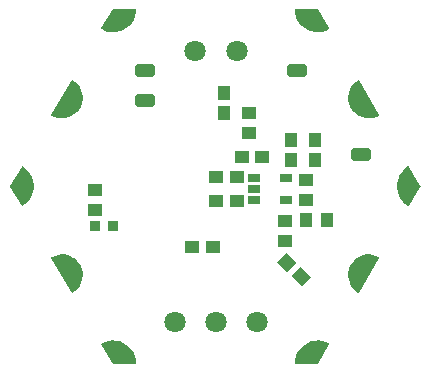
<source format=gbr>
G04 EAGLE Gerber RS-274X export*
G75*
%MOMM*%
%FSLAX34Y34*%
%LPD*%
%INSoldermask Top*%
%IPPOS*%
%AMOC8*
5,1,8,0,0,1.08239X$1,22.5*%
G01*
%ADD10R,0.901600X0.901600*%
%ADD11R,1.201600X1.101600*%
%ADD12C,0.605878*%
%ADD13C,1.101600*%
%ADD14R,1.101600X0.701600*%
%ADD15C,1.801600*%
%ADD16R,1.101600X1.201600*%

G36*
X224809Y256012D02*
X224809Y256012D01*
X224880Y256009D01*
X224907Y256019D01*
X224936Y256021D01*
X225026Y256063D01*
X225066Y256078D01*
X225074Y256086D01*
X225087Y256092D01*
X227390Y257691D01*
X227414Y257717D01*
X227454Y257744D01*
X229463Y259701D01*
X229482Y259730D01*
X229517Y259763D01*
X231176Y262024D01*
X231191Y262055D01*
X231220Y262094D01*
X232484Y264597D01*
X232493Y264631D01*
X232515Y264674D01*
X233351Y267351D01*
X233354Y267385D01*
X233369Y267431D01*
X233752Y270210D01*
X233750Y270244D01*
X233756Y270292D01*
X233677Y273095D01*
X233669Y273129D01*
X233668Y273177D01*
X233129Y275929D01*
X233115Y275961D01*
X233106Y276009D01*
X232121Y278634D01*
X232106Y278659D01*
X232101Y278679D01*
X232093Y278690D01*
X232086Y278709D01*
X230682Y281137D01*
X230659Y281163D01*
X230635Y281205D01*
X228851Y283368D01*
X228824Y283390D01*
X228793Y283427D01*
X226677Y285268D01*
X226647Y285285D01*
X226611Y285317D01*
X224220Y286784D01*
X224188Y286795D01*
X224147Y286821D01*
X221548Y287874D01*
X221514Y287881D01*
X221469Y287899D01*
X218732Y288510D01*
X218697Y288511D01*
X218650Y288522D01*
X215850Y288674D01*
X215816Y288669D01*
X215768Y288672D01*
X212980Y288362D01*
X212947Y288351D01*
X212899Y288346D01*
X210201Y287581D01*
X210171Y287565D01*
X210124Y287552D01*
X207589Y286353D01*
X207565Y286336D01*
X207538Y286326D01*
X207486Y286277D01*
X207429Y286234D01*
X207415Y286209D01*
X207394Y286189D01*
X207365Y286124D01*
X207329Y286063D01*
X207326Y286034D01*
X207314Y286007D01*
X207313Y285936D01*
X207304Y285865D01*
X207312Y285837D01*
X207312Y285808D01*
X207346Y285715D01*
X207358Y285674D01*
X207365Y285665D01*
X207370Y285652D01*
X224370Y256252D01*
X224389Y256230D01*
X224402Y256204D01*
X224455Y256156D01*
X224502Y256103D01*
X224528Y256091D01*
X224550Y256071D01*
X224617Y256048D01*
X224681Y256018D01*
X224710Y256016D01*
X224738Y256007D01*
X224809Y256012D01*
G37*
G36*
X476588Y403735D02*
X476588Y403735D01*
X476636Y403732D01*
X479424Y404042D01*
X479457Y404053D01*
X479505Y404058D01*
X482203Y404823D01*
X482233Y404839D01*
X482280Y404852D01*
X484815Y406051D01*
X484839Y406068D01*
X484866Y406078D01*
X484918Y406127D01*
X484975Y406170D01*
X484989Y406195D01*
X485011Y406215D01*
X485039Y406280D01*
X485075Y406342D01*
X485078Y406370D01*
X485090Y406397D01*
X485091Y406468D01*
X485100Y406539D01*
X485092Y406567D01*
X485092Y406596D01*
X485058Y406689D01*
X485046Y406730D01*
X485039Y406739D01*
X485034Y406752D01*
X468034Y436152D01*
X468015Y436174D01*
X468002Y436200D01*
X467949Y436248D01*
X467902Y436301D01*
X467876Y436313D01*
X467854Y436333D01*
X467787Y436356D01*
X467723Y436386D01*
X467694Y436388D01*
X467666Y436397D01*
X467595Y436392D01*
X467524Y436395D01*
X467497Y436385D01*
X467468Y436383D01*
X467378Y436341D01*
X467338Y436326D01*
X467330Y436318D01*
X467317Y436312D01*
X465014Y434713D01*
X464990Y434688D01*
X464950Y434660D01*
X462941Y432703D01*
X462922Y432674D01*
X462887Y432641D01*
X461228Y430380D01*
X461213Y430349D01*
X461184Y430310D01*
X459920Y427807D01*
X459911Y427773D01*
X459889Y427730D01*
X459053Y425053D01*
X459050Y425019D01*
X459035Y424973D01*
X458652Y422194D01*
X458654Y422160D01*
X458648Y422112D01*
X458727Y419309D01*
X458735Y419275D01*
X458736Y419227D01*
X459275Y416475D01*
X459289Y416443D01*
X459298Y416395D01*
X460283Y413770D01*
X460301Y413740D01*
X460318Y413695D01*
X461722Y411267D01*
X461745Y411241D01*
X461769Y411200D01*
X463553Y409036D01*
X463580Y409014D01*
X463611Y408977D01*
X465727Y407136D01*
X465757Y407119D01*
X465793Y407088D01*
X468184Y405620D01*
X468216Y405609D01*
X468257Y405583D01*
X470856Y404530D01*
X470890Y404523D01*
X470935Y404505D01*
X473672Y403894D01*
X473707Y403893D01*
X473754Y403882D01*
X476554Y403730D01*
X476588Y403735D01*
G37*
G36*
X467628Y256013D02*
X467628Y256013D01*
X467699Y256012D01*
X467726Y256023D01*
X467755Y256027D01*
X467817Y256061D01*
X467882Y256089D01*
X467903Y256110D01*
X467928Y256124D01*
X467991Y256200D01*
X468021Y256231D01*
X468025Y256241D01*
X468034Y256252D01*
X485034Y285652D01*
X485043Y285680D01*
X485060Y285704D01*
X485075Y285773D01*
X485097Y285841D01*
X485095Y285870D01*
X485101Y285898D01*
X485088Y285968D01*
X485082Y286039D01*
X485069Y286065D01*
X485063Y286093D01*
X485023Y286152D01*
X484991Y286215D01*
X484968Y286234D01*
X484952Y286258D01*
X484870Y286315D01*
X484837Y286342D01*
X484827Y286345D01*
X484815Y286353D01*
X482280Y287552D01*
X482246Y287560D01*
X482203Y287581D01*
X479505Y288346D01*
X479470Y288348D01*
X479424Y288362D01*
X476636Y288672D01*
X476602Y288669D01*
X476554Y288674D01*
X473754Y288522D01*
X473720Y288513D01*
X473672Y288510D01*
X470935Y287899D01*
X470903Y287885D01*
X470856Y287874D01*
X468257Y286821D01*
X468228Y286802D01*
X468184Y286784D01*
X465793Y285317D01*
X465768Y285293D01*
X465727Y285268D01*
X463611Y283427D01*
X463590Y283400D01*
X463553Y283368D01*
X461769Y281205D01*
X461753Y281174D01*
X461722Y281137D01*
X460318Y278709D01*
X460307Y278676D01*
X460300Y278663D01*
X460290Y278649D01*
X460290Y278646D01*
X460283Y278634D01*
X459298Y276009D01*
X459292Y275974D01*
X459275Y275929D01*
X458736Y273177D01*
X458736Y273143D01*
X458727Y273095D01*
X458648Y270292D01*
X458654Y270258D01*
X458652Y270210D01*
X459035Y267431D01*
X459047Y267399D01*
X459053Y267351D01*
X459889Y264674D01*
X459906Y264643D01*
X459920Y264597D01*
X461184Y262094D01*
X461206Y262067D01*
X461228Y262024D01*
X462887Y259763D01*
X462913Y259740D01*
X462941Y259701D01*
X464950Y257744D01*
X464979Y257725D01*
X465014Y257691D01*
X467317Y256092D01*
X467344Y256080D01*
X467367Y256062D01*
X467435Y256041D01*
X467500Y256013D01*
X467529Y256013D01*
X467557Y256005D01*
X467628Y256013D01*
G37*
G36*
X218650Y403882D02*
X218650Y403882D01*
X218684Y403891D01*
X218732Y403894D01*
X221469Y404505D01*
X221501Y404519D01*
X221548Y404530D01*
X224147Y405583D01*
X224176Y405602D01*
X224220Y405620D01*
X226611Y407088D01*
X226636Y407111D01*
X226677Y407136D01*
X228793Y408977D01*
X228814Y409004D01*
X228851Y409036D01*
X230635Y411200D01*
X230651Y411230D01*
X230682Y411267D01*
X232086Y413695D01*
X232097Y413728D01*
X232121Y413770D01*
X233106Y416395D01*
X233112Y416430D01*
X233129Y416475D01*
X233668Y419227D01*
X233668Y419262D01*
X233677Y419309D01*
X233756Y422112D01*
X233751Y422146D01*
X233752Y422194D01*
X233369Y424973D01*
X233357Y425005D01*
X233351Y425053D01*
X232515Y427730D01*
X232498Y427761D01*
X232484Y427807D01*
X231220Y430310D01*
X231198Y430337D01*
X231176Y430380D01*
X229517Y432641D01*
X229491Y432664D01*
X229463Y432703D01*
X227454Y434660D01*
X227425Y434679D01*
X227390Y434713D01*
X225087Y436312D01*
X225060Y436324D01*
X225037Y436342D01*
X224969Y436363D01*
X224904Y436391D01*
X224875Y436391D01*
X224847Y436399D01*
X224776Y436391D01*
X224705Y436392D01*
X224678Y436381D01*
X224649Y436377D01*
X224587Y436343D01*
X224522Y436315D01*
X224501Y436294D01*
X224476Y436280D01*
X224413Y436204D01*
X224383Y436173D01*
X224379Y436163D01*
X224370Y436152D01*
X207370Y406752D01*
X207361Y406724D01*
X207344Y406700D01*
X207329Y406631D01*
X207307Y406563D01*
X207309Y406534D01*
X207303Y406506D01*
X207316Y406436D01*
X207322Y406365D01*
X207335Y406339D01*
X207341Y406311D01*
X207381Y406252D01*
X207413Y406189D01*
X207436Y406170D01*
X207452Y406146D01*
X207534Y406089D01*
X207567Y406062D01*
X207577Y406059D01*
X207589Y406051D01*
X210124Y404852D01*
X210158Y404844D01*
X210201Y404823D01*
X212899Y404058D01*
X212934Y404056D01*
X212980Y404042D01*
X215768Y403732D01*
X215802Y403735D01*
X215850Y403730D01*
X218650Y403882D01*
G37*
G36*
X509929Y329213D02*
X509929Y329213D01*
X510000Y329213D01*
X510027Y329224D01*
X510056Y329227D01*
X510118Y329262D01*
X510183Y329290D01*
X510204Y329310D01*
X510229Y329325D01*
X510292Y329402D01*
X510322Y329432D01*
X510326Y329442D01*
X510335Y329453D01*
X519835Y345953D01*
X519845Y345985D01*
X519854Y345998D01*
X519858Y346022D01*
X519859Y346026D01*
X519890Y346096D01*
X519890Y346120D01*
X519898Y346142D01*
X519892Y346218D01*
X519893Y346295D01*
X519883Y346319D01*
X519882Y346340D01*
X519861Y346379D01*
X519835Y346451D01*
X510335Y362951D01*
X510316Y362973D01*
X510303Y362999D01*
X510250Y363047D01*
X510203Y363100D01*
X510177Y363113D01*
X510156Y363132D01*
X510088Y363155D01*
X510024Y363186D01*
X509995Y363188D01*
X509968Y363197D01*
X509896Y363192D01*
X509825Y363195D01*
X509798Y363185D01*
X509769Y363183D01*
X509679Y363141D01*
X509639Y363126D01*
X509631Y363119D01*
X509618Y363113D01*
X507095Y361371D01*
X507071Y361347D01*
X507033Y361320D01*
X504821Y359196D01*
X504802Y359168D01*
X504768Y359136D01*
X502926Y356685D01*
X502912Y356654D01*
X502883Y356617D01*
X501458Y353902D01*
X501449Y353871D01*
X501433Y353846D01*
X501432Y353838D01*
X501427Y353828D01*
X500456Y350920D01*
X500452Y350886D01*
X500437Y350842D01*
X499945Y347815D01*
X499946Y347781D01*
X499938Y347735D01*
X499938Y344669D01*
X499939Y344665D01*
X499939Y344663D01*
X499945Y344636D01*
X499945Y344589D01*
X500437Y341562D01*
X500449Y341531D01*
X500456Y341484D01*
X501427Y338576D01*
X501444Y338547D01*
X501458Y338502D01*
X502883Y335787D01*
X502905Y335761D01*
X502926Y335719D01*
X504768Y333268D01*
X504793Y333245D01*
X504821Y333208D01*
X507033Y331084D01*
X507061Y331066D01*
X507095Y331033D01*
X509618Y329291D01*
X509645Y329280D01*
X509667Y329261D01*
X509736Y329241D01*
X509801Y329213D01*
X509830Y329213D01*
X509858Y329205D01*
X509929Y329213D01*
G37*
G36*
X182508Y329212D02*
X182508Y329212D01*
X182579Y329209D01*
X182606Y329219D01*
X182635Y329221D01*
X182725Y329263D01*
X182765Y329278D01*
X182773Y329285D01*
X182786Y329291D01*
X185309Y331033D01*
X185333Y331057D01*
X185371Y331084D01*
X187583Y333208D01*
X187602Y333236D01*
X187636Y333268D01*
X189478Y335719D01*
X189492Y335750D01*
X189521Y335787D01*
X190946Y338502D01*
X190955Y338535D01*
X190977Y338576D01*
X191948Y341484D01*
X191952Y341518D01*
X191967Y341562D01*
X192459Y344589D01*
X192458Y344623D01*
X192466Y344669D01*
X192466Y347735D01*
X192459Y347768D01*
X192459Y347815D01*
X191967Y350842D01*
X191955Y350873D01*
X191948Y350920D01*
X190977Y353828D01*
X190964Y353851D01*
X190958Y353876D01*
X190951Y353885D01*
X190946Y353902D01*
X189521Y356617D01*
X189499Y356643D01*
X189478Y356685D01*
X187636Y359136D01*
X187611Y359159D01*
X187583Y359196D01*
X185371Y361320D01*
X185343Y361338D01*
X185309Y361371D01*
X182786Y363113D01*
X182759Y363124D01*
X182737Y363143D01*
X182668Y363163D01*
X182603Y363191D01*
X182574Y363191D01*
X182546Y363199D01*
X182475Y363191D01*
X182404Y363192D01*
X182377Y363180D01*
X182348Y363177D01*
X182286Y363142D01*
X182221Y363114D01*
X182200Y363094D01*
X182175Y363079D01*
X182112Y363002D01*
X182082Y362972D01*
X182078Y362962D01*
X182069Y362951D01*
X172569Y346451D01*
X172545Y346378D01*
X172514Y346308D01*
X172514Y346284D01*
X172506Y346262D01*
X172513Y346186D01*
X172512Y346109D01*
X172521Y346085D01*
X172522Y346064D01*
X172543Y346025D01*
X172562Y345973D01*
X172563Y345967D01*
X172565Y345965D01*
X172569Y345953D01*
X182069Y329453D01*
X182088Y329431D01*
X182101Y329405D01*
X182154Y329357D01*
X182201Y329304D01*
X182227Y329291D01*
X182249Y329272D01*
X182316Y329249D01*
X182380Y329218D01*
X182409Y329217D01*
X182436Y329207D01*
X182508Y329212D01*
G37*
G36*
X432878Y195718D02*
X432878Y195718D01*
X432956Y195727D01*
X432975Y195738D01*
X432997Y195742D01*
X433061Y195786D01*
X433129Y195825D01*
X433145Y195844D01*
X433161Y195855D01*
X433185Y195893D01*
X433235Y195953D01*
X442735Y212453D01*
X442744Y212480D01*
X442760Y212504D01*
X442775Y212574D01*
X442798Y212642D01*
X442795Y212670D01*
X442801Y212698D01*
X442788Y212769D01*
X442782Y212840D01*
X442769Y212865D01*
X442763Y212893D01*
X442723Y212953D01*
X442690Y213016D01*
X442668Y213034D01*
X442652Y213058D01*
X442569Y213116D01*
X442537Y213143D01*
X442526Y213146D01*
X442516Y213153D01*
X439750Y214462D01*
X439717Y214470D01*
X439674Y214490D01*
X436734Y215338D01*
X436700Y215341D01*
X436656Y215354D01*
X433618Y215719D01*
X433584Y215716D01*
X433537Y215722D01*
X430480Y215595D01*
X430447Y215587D01*
X430400Y215586D01*
X427403Y214970D01*
X427372Y214957D01*
X427326Y214948D01*
X424466Y213859D01*
X424438Y213841D01*
X424394Y213825D01*
X421746Y212291D01*
X421720Y212269D01*
X421680Y212246D01*
X419312Y210308D01*
X419290Y210281D01*
X419254Y210252D01*
X417227Y207959D01*
X417211Y207930D01*
X417179Y207895D01*
X415547Y205307D01*
X415535Y205275D01*
X415510Y205236D01*
X414314Y202419D01*
X414307Y202386D01*
X414304Y202379D01*
X414300Y202373D01*
X414299Y202367D01*
X414288Y202343D01*
X413560Y199371D01*
X413558Y199337D01*
X413547Y199292D01*
X413304Y196242D01*
X413308Y196213D01*
X413303Y196185D01*
X413320Y196116D01*
X413328Y196044D01*
X413343Y196020D01*
X413349Y195992D01*
X413392Y195934D01*
X413428Y195872D01*
X413450Y195855D01*
X413467Y195832D01*
X413529Y195795D01*
X413586Y195752D01*
X413614Y195745D01*
X413638Y195730D01*
X413738Y195714D01*
X413779Y195703D01*
X413789Y195705D01*
X413802Y195703D01*
X432802Y195703D01*
X432878Y195718D01*
G37*
G36*
X433571Y476687D02*
X433571Y476687D01*
X433618Y476685D01*
X436656Y477050D01*
X436688Y477061D01*
X436734Y477066D01*
X439674Y477914D01*
X439704Y477930D01*
X439750Y477942D01*
X442516Y479251D01*
X442538Y479268D01*
X442565Y479278D01*
X442617Y479327D01*
X442675Y479370D01*
X442689Y479395D01*
X442710Y479414D01*
X442739Y479480D01*
X442775Y479542D01*
X442778Y479570D01*
X442790Y479596D01*
X442791Y479668D01*
X442800Y479739D01*
X442792Y479766D01*
X442793Y479795D01*
X442757Y479890D01*
X442746Y479930D01*
X442739Y479939D01*
X442735Y479951D01*
X433235Y496451D01*
X433183Y496510D01*
X433137Y496572D01*
X433118Y496583D01*
X433103Y496600D01*
X433033Y496634D01*
X432966Y496674D01*
X432942Y496678D01*
X432924Y496686D01*
X432879Y496688D01*
X432802Y496701D01*
X413802Y496701D01*
X413774Y496696D01*
X413746Y496698D01*
X413678Y496676D01*
X413607Y496662D01*
X413584Y496646D01*
X413557Y496637D01*
X413502Y496590D01*
X413443Y496549D01*
X413428Y496525D01*
X413407Y496507D01*
X413375Y496442D01*
X413336Y496382D01*
X413331Y496354D01*
X413319Y496328D01*
X413310Y496227D01*
X413303Y496185D01*
X413305Y496175D01*
X413304Y496162D01*
X413547Y493112D01*
X413556Y493080D01*
X413560Y493033D01*
X414288Y490061D01*
X414303Y490030D01*
X414314Y489985D01*
X415510Y487168D01*
X415529Y487140D01*
X415547Y487097D01*
X417179Y484509D01*
X417203Y484485D01*
X417227Y484445D01*
X419254Y482152D01*
X419281Y482132D01*
X419312Y482096D01*
X421680Y480158D01*
X421710Y480142D01*
X421746Y480113D01*
X424394Y478580D01*
X424426Y478569D01*
X424466Y478545D01*
X427326Y477457D01*
X427359Y477451D01*
X427403Y477434D01*
X430400Y476818D01*
X430434Y476818D01*
X430480Y476809D01*
X433537Y476682D01*
X433571Y476687D01*
G37*
G36*
X278630Y195708D02*
X278630Y195708D01*
X278658Y195706D01*
X278726Y195728D01*
X278797Y195742D01*
X278820Y195758D01*
X278847Y195767D01*
X278902Y195814D01*
X278961Y195855D01*
X278976Y195879D01*
X278998Y195897D01*
X279029Y195962D01*
X279068Y196022D01*
X279073Y196050D01*
X279085Y196076D01*
X279094Y196177D01*
X279101Y196219D01*
X279099Y196229D01*
X279100Y196242D01*
X278857Y199292D01*
X278848Y199324D01*
X278844Y199371D01*
X278116Y202343D01*
X278101Y202374D01*
X278090Y202419D01*
X276894Y205236D01*
X276875Y205264D01*
X276857Y205307D01*
X275225Y207895D01*
X275201Y207919D01*
X275177Y207959D01*
X273150Y210252D01*
X273123Y210272D01*
X273092Y210308D01*
X270725Y212246D01*
X270694Y212262D01*
X270658Y212291D01*
X268010Y213825D01*
X267978Y213835D01*
X267938Y213859D01*
X265078Y214948D01*
X265045Y214953D01*
X265001Y214970D01*
X262004Y215586D01*
X261970Y215586D01*
X261924Y215595D01*
X258867Y215722D01*
X258833Y215717D01*
X258786Y215719D01*
X255748Y215354D01*
X255716Y215343D01*
X255670Y215338D01*
X252730Y214490D01*
X252700Y214474D01*
X252655Y214462D01*
X249889Y213153D01*
X249866Y213136D01*
X249839Y213126D01*
X249787Y213077D01*
X249729Y213034D01*
X249715Y213009D01*
X249694Y212990D01*
X249665Y212924D01*
X249629Y212862D01*
X249626Y212834D01*
X249614Y212808D01*
X249613Y212736D01*
X249604Y212665D01*
X249612Y212638D01*
X249612Y212609D01*
X249647Y212514D01*
X249658Y212474D01*
X249665Y212465D01*
X249669Y212453D01*
X259169Y195953D01*
X259221Y195895D01*
X259267Y195832D01*
X259286Y195821D01*
X259301Y195804D01*
X259371Y195770D01*
X259438Y195730D01*
X259463Y195726D01*
X259480Y195718D01*
X259525Y195716D01*
X259602Y195703D01*
X278602Y195703D01*
X278630Y195708D01*
G37*
G36*
X261924Y476809D02*
X261924Y476809D01*
X261957Y476817D01*
X262004Y476818D01*
X265001Y477434D01*
X265032Y477447D01*
X265078Y477457D01*
X267938Y478545D01*
X267967Y478563D01*
X268010Y478580D01*
X270658Y480113D01*
X270684Y480135D01*
X270725Y480158D01*
X273092Y482096D01*
X273114Y482123D01*
X273150Y482152D01*
X275177Y484445D01*
X275194Y484474D01*
X275225Y484509D01*
X276857Y487097D01*
X276869Y487129D01*
X276894Y487168D01*
X278090Y489985D01*
X278097Y490018D01*
X278116Y490061D01*
X278844Y493033D01*
X278846Y493067D01*
X278857Y493112D01*
X279100Y496162D01*
X279096Y496191D01*
X279101Y496219D01*
X279084Y496288D01*
X279076Y496360D01*
X279062Y496384D01*
X279055Y496412D01*
X279012Y496470D01*
X278977Y496532D01*
X278954Y496549D01*
X278937Y496572D01*
X278875Y496609D01*
X278818Y496652D01*
X278790Y496659D01*
X278766Y496674D01*
X278666Y496690D01*
X278625Y496701D01*
X278615Y496699D01*
X278602Y496701D01*
X259602Y496701D01*
X259526Y496686D01*
X259448Y496677D01*
X259429Y496666D01*
X259407Y496662D01*
X259343Y496618D01*
X259275Y496579D01*
X259259Y496560D01*
X259243Y496549D01*
X259219Y496511D01*
X259169Y496451D01*
X249669Y479951D01*
X249660Y479924D01*
X249644Y479900D01*
X249629Y479830D01*
X249606Y479762D01*
X249609Y479734D01*
X249603Y479706D01*
X249617Y479636D01*
X249622Y479564D01*
X249635Y479539D01*
X249641Y479511D01*
X249681Y479451D01*
X249714Y479388D01*
X249736Y479370D01*
X249752Y479346D01*
X249835Y479288D01*
X249867Y479261D01*
X249878Y479258D01*
X249889Y479251D01*
X252655Y477942D01*
X252688Y477934D01*
X252730Y477914D01*
X255670Y477066D01*
X255704Y477063D01*
X255748Y477050D01*
X258786Y476685D01*
X258820Y476688D01*
X258867Y476682D01*
X261924Y476809D01*
G37*
D10*
X244232Y312611D03*
X259232Y312611D03*
D11*
X244146Y326257D03*
X244146Y343257D03*
D12*
X281033Y422087D02*
X291991Y422087D01*
X291991Y417129D01*
X281033Y417129D01*
X281033Y422087D01*
X281033Y442529D02*
X291991Y442529D01*
X281033Y442529D02*
X281033Y447487D01*
X291991Y447487D01*
X291991Y442529D01*
X409557Y442021D02*
X420515Y442021D01*
X409557Y442021D02*
X409557Y446979D01*
X420515Y446979D01*
X420515Y442021D01*
X463563Y371104D02*
X474521Y371104D01*
X463563Y371104D02*
X463563Y376062D01*
X474521Y376062D01*
X474521Y371104D01*
D13*
X428802Y489302D03*
X511402Y346202D03*
X428802Y203102D03*
X263602Y203102D03*
X181002Y346202D03*
X263602Y489302D03*
X470102Y417702D03*
X470102Y274702D03*
X222302Y274702D03*
X222302Y417702D03*
D14*
X378680Y353670D03*
X378680Y344170D03*
X378680Y334670D03*
X406180Y334670D03*
X406180Y353670D03*
D15*
X364210Y460740D03*
X329210Y460740D03*
X311710Y231410D03*
X346710Y231410D03*
X381710Y231410D03*
D16*
X430530Y368690D03*
X430530Y385690D03*
D11*
X364100Y334010D03*
X347100Y334010D03*
X364100Y354330D03*
X347100Y354330D03*
D16*
X410210Y368690D03*
X410210Y385690D03*
D11*
G36*
X418407Y277723D02*
X426903Y269227D01*
X419113Y261437D01*
X410617Y269933D01*
X418407Y277723D01*
G37*
G36*
X406387Y289743D02*
X414883Y281247D01*
X407093Y273457D01*
X398597Y281953D01*
X406387Y289743D01*
G37*
X343780Y294640D03*
X326780Y294640D03*
D16*
X353060Y408060D03*
X353060Y425060D03*
D11*
X374650Y408550D03*
X374650Y391550D03*
X422910Y351400D03*
X422910Y334400D03*
D16*
X423300Y317500D03*
X440300Y317500D03*
D11*
X405130Y317110D03*
X405130Y300110D03*
X385690Y370840D03*
X368690Y370840D03*
M02*

</source>
